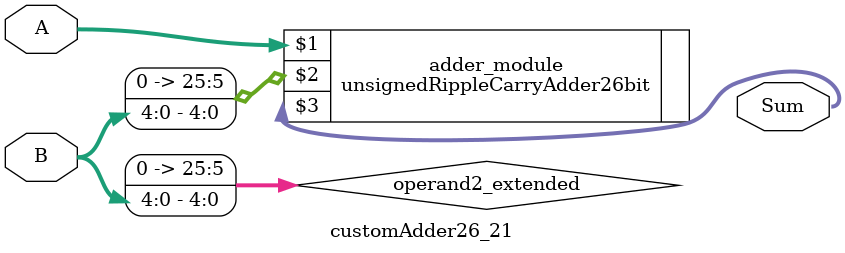
<source format=v>

module customAdder26_21(
                    input [25 : 0] A,
                    input [4 : 0] B,
                    
                    output [26 : 0] Sum
            );

    wire [25 : 0] operand2_extended;
    
    assign operand2_extended =  {21'b0, B};
    
    unsignedRippleCarryAdder26bit adder_module(
        A,
        operand2_extended,
        Sum
    );
    
endmodule
        
</source>
